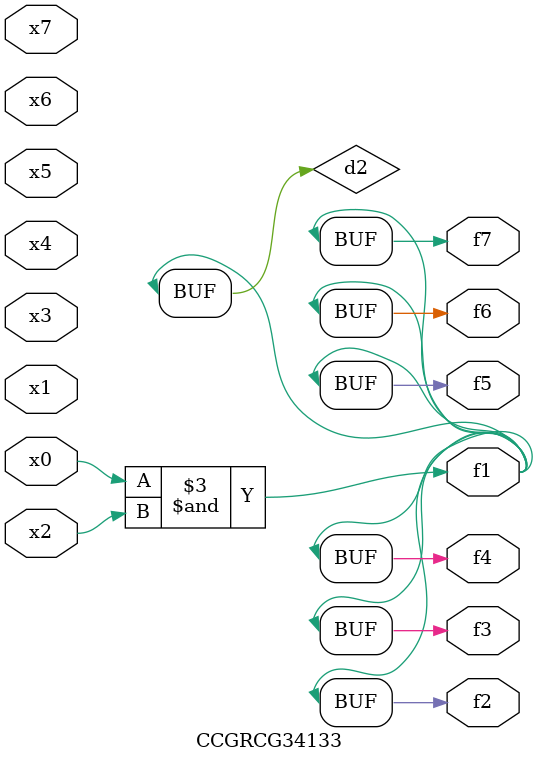
<source format=v>
module CCGRCG34133(
	input x0, x1, x2, x3, x4, x5, x6, x7,
	output f1, f2, f3, f4, f5, f6, f7
);

	wire d1, d2;

	nor (d1, x3, x6);
	and (d2, x0, x2);
	assign f1 = d2;
	assign f2 = d2;
	assign f3 = d2;
	assign f4 = d2;
	assign f5 = d2;
	assign f6 = d2;
	assign f7 = d2;
endmodule

</source>
